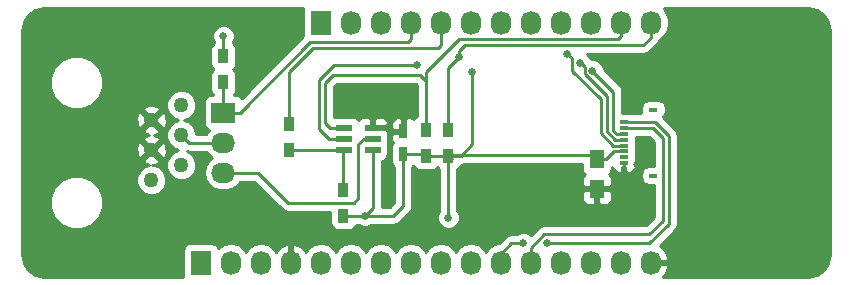
<source format=gbl>
G04 #@! TF.FileFunction,Copper,L2,Bot,Signal*
%FSLAX46Y46*%
G04 Gerber Fmt 4.6, Leading zero omitted, Abs format (unit mm)*
G04 Created by KiCad (PCBNEW 4.0.4-stable) date 11/28/16 12:13:09*
%MOMM*%
%LPD*%
G01*
G04 APERTURE LIST*
%ADD10C,0.150000*%
%ADD11R,0.750000X1.200000*%
%ADD12R,1.250000X1.500000*%
%ADD13R,0.800000X0.300000*%
%ADD14R,1.727200X2.032000*%
%ADD15O,1.727200X2.032000*%
%ADD16R,2.032000X1.727200*%
%ADD17O,2.032000X1.727200*%
%ADD18R,0.900000X1.200000*%
%ADD19R,1.330000X0.560000*%
%ADD20C,1.270000*%
%ADD21C,0.635000*%
%ADD22C,0.254000*%
G04 APERTURE END LIST*
D10*
D11*
X138112500Y-109852500D03*
X138112500Y-107952500D03*
D12*
X154495500Y-110319500D03*
X154495500Y-112819500D03*
D13*
X156781500Y-107152500D03*
X156781500Y-107652500D03*
X156781500Y-108152500D03*
X156781500Y-108652500D03*
X156781500Y-109152500D03*
X156781500Y-109652500D03*
X156781500Y-110152500D03*
X156781500Y-110652500D03*
X159281500Y-106102500D03*
X159281500Y-111702500D03*
D14*
X120967500Y-119062500D03*
D15*
X123507500Y-119062500D03*
X126047500Y-119062500D03*
X128587500Y-119062500D03*
X131127500Y-119062500D03*
X133667500Y-119062500D03*
X136207500Y-119062500D03*
X138747500Y-119062500D03*
X141287500Y-119062500D03*
X143827500Y-119062500D03*
X146367500Y-119062500D03*
X148907500Y-119062500D03*
X151447500Y-119062500D03*
X153987500Y-119062500D03*
X156527500Y-119062500D03*
X159067500Y-119062500D03*
D14*
X131127500Y-98742500D03*
D15*
X133667500Y-98742500D03*
X136207500Y-98742500D03*
X138747500Y-98742500D03*
X141287500Y-98742500D03*
X143827500Y-98742500D03*
X146367500Y-98742500D03*
X148907500Y-98742500D03*
X151447500Y-98742500D03*
X153987500Y-98742500D03*
X156527500Y-98742500D03*
X159067500Y-98742500D03*
D16*
X122872500Y-106362500D03*
D17*
X122872500Y-108902500D03*
X122872500Y-111442500D03*
D18*
X140017500Y-110002500D03*
X140017500Y-107802500D03*
X141922500Y-110002500D03*
X141922500Y-107802500D03*
X133032500Y-115082500D03*
X133032500Y-112882500D03*
X122872500Y-101579500D03*
X122872500Y-103779500D03*
X128460500Y-109494500D03*
X128460500Y-107294500D03*
D19*
X133102500Y-109537500D03*
X133102500Y-108587500D03*
X133102500Y-107637500D03*
X135502500Y-107637500D03*
X135502500Y-108587500D03*
X135502500Y-109537500D03*
D20*
X119316500Y-105727500D03*
X116776500Y-106997500D03*
X119316500Y-108267500D03*
X116776500Y-109537500D03*
X119316500Y-110807500D03*
X116776500Y-112077500D03*
D21*
X134853500Y-115082500D03*
X122872500Y-99885500D03*
X143954500Y-102933500D03*
X141922500Y-115252500D03*
X154495500Y-115252500D03*
X136715500Y-111442500D03*
X126301500Y-101536500D03*
X108013500Y-118300500D03*
X150304500Y-117411500D03*
X148272500Y-117411500D03*
X154114500Y-102806500D03*
X153098500Y-102171500D03*
X151955500Y-101409500D03*
X142811500Y-101663500D03*
X139255500Y-102298500D03*
D22*
X133032500Y-115082500D02*
X134853500Y-115082500D01*
X138112500Y-109852500D02*
X138112500Y-114236500D01*
X138112500Y-114236500D02*
X137266500Y-115082500D01*
X137266500Y-115082500D02*
X133032500Y-115082500D01*
X133032500Y-115082500D02*
X134853500Y-115082500D01*
X134853500Y-115082500D02*
X135502500Y-114433500D01*
X135502500Y-114433500D02*
X135502500Y-109537500D01*
X122872500Y-101579500D02*
X122872500Y-99885500D01*
X141922500Y-110002500D02*
X142981500Y-110002500D01*
X142981500Y-110002500D02*
X143954500Y-109029500D01*
X143954500Y-109029500D02*
X143954500Y-102933500D01*
X154495500Y-109938500D02*
X142239500Y-109938500D01*
X142239500Y-110319500D02*
X141922500Y-110002500D01*
X141922500Y-110002500D02*
X141922500Y-115252500D01*
X135502500Y-109537500D02*
X135572500Y-109537500D01*
X154495500Y-110319500D02*
X155237500Y-110319500D01*
X155237500Y-110319500D02*
X155904500Y-109652500D01*
X155904500Y-109652500D02*
X156781500Y-109652500D01*
X138112500Y-109852500D02*
X139867500Y-109852500D01*
X139867500Y-109852500D02*
X140017500Y-110002500D01*
X140017500Y-110002500D02*
X141922500Y-110002500D01*
X156781500Y-110652500D02*
X156781500Y-112077500D01*
X156781500Y-112077500D02*
X156039500Y-112819500D01*
X156039500Y-112819500D02*
X154495500Y-112819500D01*
X146367500Y-119062500D02*
X146367500Y-118300500D01*
X146367500Y-118300500D02*
X147256500Y-117411500D01*
X159425700Y-107152500D02*
X156781500Y-107152500D01*
X160591500Y-108318300D02*
X159425700Y-107152500D01*
X160591500Y-115760500D02*
X160591500Y-108318300D01*
X158940500Y-117411500D02*
X160591500Y-115760500D01*
X150304500Y-117411500D02*
X158940500Y-117411500D01*
X147256500Y-117411500D02*
X148272500Y-117411500D01*
X148907500Y-119062500D02*
X148907500Y-117792500D01*
X148907500Y-117792500D02*
X150050500Y-116649500D01*
X150050500Y-116649500D02*
X158940500Y-116649500D01*
X158940500Y-116649500D02*
X160083500Y-115506500D01*
X160083500Y-115506500D02*
X160083500Y-108521500D01*
X160083500Y-108521500D02*
X159214500Y-107652500D01*
X159214500Y-107652500D02*
X156781500Y-107652500D01*
X156781500Y-108152500D02*
X156158500Y-108152500D01*
X156158500Y-108152500D02*
X155892500Y-107886500D01*
X155892500Y-107886500D02*
X155892500Y-104584500D01*
X155892500Y-104584500D02*
X154114500Y-102806500D01*
X153098500Y-102171500D02*
X153123900Y-102171500D01*
X153123900Y-102171500D02*
X153454100Y-102501700D01*
X153454100Y-102501700D02*
X153454100Y-103085900D01*
X153454100Y-103085900D02*
X155308300Y-104940100D01*
X155308300Y-104940100D02*
X155308300Y-105498900D01*
X156781500Y-108652500D02*
X156023500Y-108652500D01*
X156023500Y-108652500D02*
X155308300Y-107937300D01*
X155308300Y-107937300D02*
X155308300Y-105498900D01*
X151955500Y-101409500D02*
X152006300Y-101409500D01*
X152006300Y-101409500D02*
X152412700Y-101815900D01*
X152412700Y-101815900D02*
X152412700Y-102831900D01*
X152412700Y-102831900D02*
X154800300Y-105219500D01*
X154800300Y-105219500D02*
X154800300Y-108115100D01*
X154800300Y-108115100D02*
X155837700Y-109152500D01*
X155837700Y-109152500D02*
X156781500Y-109152500D01*
X122872500Y-106362500D02*
X122872500Y-103779500D01*
X138747500Y-100139500D02*
X138747500Y-98742500D01*
X138747500Y-100139500D02*
X138493500Y-100393500D01*
X138493500Y-100393500D02*
X130238500Y-100393500D01*
X130238500Y-100393500D02*
X124269500Y-106362500D01*
X124269500Y-106362500D02*
X122872500Y-106362500D01*
X141287500Y-98742500D02*
X141287500Y-100647500D01*
X141287500Y-100647500D02*
X141033500Y-100901500D01*
X141033500Y-100901500D02*
X130492500Y-100901500D01*
X130492500Y-100901500D02*
X128460500Y-102933500D01*
X128460500Y-102933500D02*
X128460500Y-107294500D01*
X133102500Y-107637500D02*
X131894500Y-107637500D01*
X131894500Y-107637500D02*
X131508500Y-107251500D01*
X131508500Y-107251500D02*
X131508500Y-103822500D01*
X131508500Y-103822500D02*
X132143500Y-103187500D01*
X132143500Y-103187500D02*
X139509500Y-103187500D01*
X139509500Y-103187500D02*
X140017500Y-103695500D01*
X140017500Y-103695500D02*
X140017500Y-107802500D01*
X156527500Y-98742500D02*
X156527500Y-99885500D01*
X156527500Y-99885500D02*
X156273500Y-100139500D01*
X156273500Y-100139500D02*
X142811500Y-100139500D01*
X142811500Y-100139500D02*
X140017500Y-102933500D01*
X140017500Y-102933500D02*
X140017500Y-104711500D01*
X140017500Y-104711500D02*
X140017500Y-107802500D01*
X141922500Y-107802500D02*
X141922500Y-102552500D01*
X141922500Y-102552500D02*
X142811500Y-101663500D01*
X143002002Y-100964998D02*
X142811500Y-101155500D01*
X142811500Y-101155500D02*
X142811500Y-101663500D01*
X139255500Y-102298500D02*
X132270500Y-102298500D01*
X132270500Y-102298500D02*
X131000500Y-103568500D01*
X131000500Y-103568500D02*
X131000500Y-107759500D01*
X131000500Y-107759500D02*
X131828500Y-108587500D01*
X131828500Y-108587500D02*
X133102500Y-108587500D01*
X159067500Y-98742500D02*
X159067500Y-100012500D01*
X159067500Y-100012500D02*
X158432500Y-100647500D01*
X158432500Y-100647500D02*
X150621998Y-100647500D01*
X150621998Y-100647500D02*
X143319500Y-100647500D01*
X143319500Y-100647500D02*
X143002002Y-100964998D01*
X143002002Y-100964998D02*
X143002002Y-100964998D01*
X122872500Y-108902500D02*
X119951500Y-108902500D01*
X119951500Y-108902500D02*
X119316500Y-108267500D01*
X122872500Y-111442500D02*
X125793500Y-111442500D01*
X125793500Y-111442500D02*
X128333500Y-113982500D01*
X128333500Y-113982500D02*
X133921500Y-113982500D01*
X133921500Y-113982500D02*
X134302500Y-113601500D01*
X134302500Y-113601500D02*
X134302500Y-109029500D01*
X134302500Y-109029500D02*
X134744500Y-108587500D01*
X134744500Y-108587500D02*
X135502500Y-108587500D01*
X133102500Y-109537500D02*
X128503500Y-109537500D01*
X128503500Y-109537500D02*
X128460500Y-109494500D01*
X128503500Y-109537500D02*
X128460500Y-109494500D01*
X133032500Y-112882500D02*
X133032500Y-109607500D01*
X133032500Y-109607500D02*
X133102500Y-109537500D01*
G36*
X173097489Y-97699652D02*
X173686670Y-98093330D01*
X174080348Y-98682511D01*
X174232500Y-99447431D01*
X174232500Y-118357569D01*
X174080348Y-119122489D01*
X173686670Y-119711670D01*
X173097489Y-120105348D01*
X172332569Y-120257500D01*
X160108677Y-120257500D01*
X160359454Y-119976820D01*
X160552684Y-119424413D01*
X160408424Y-119189500D01*
X159194500Y-119189500D01*
X159194500Y-119209500D01*
X158940500Y-119209500D01*
X158940500Y-119189500D01*
X158920500Y-119189500D01*
X158920500Y-118935500D01*
X158940500Y-118935500D01*
X158940500Y-118915500D01*
X159194500Y-118915500D01*
X159194500Y-118935500D01*
X160408424Y-118935500D01*
X160552684Y-118700587D01*
X160359454Y-118148180D01*
X159969536Y-117711768D01*
X159799682Y-117629948D01*
X161130316Y-116299315D01*
X161295497Y-116052104D01*
X161353500Y-115760500D01*
X161353500Y-108318300D01*
X161295496Y-108026695D01*
X161130315Y-107779485D01*
X160093074Y-106742244D01*
X160132941Y-106716590D01*
X160277931Y-106504390D01*
X160328940Y-106252500D01*
X160328940Y-105952500D01*
X160284662Y-105717183D01*
X160145590Y-105501059D01*
X159933390Y-105356069D01*
X159681500Y-105305060D01*
X158881500Y-105305060D01*
X158646183Y-105349338D01*
X158430059Y-105488410D01*
X158285069Y-105700610D01*
X158234060Y-105952500D01*
X158234060Y-106252500D01*
X158260027Y-106390500D01*
X157356508Y-106390500D01*
X157181500Y-106355060D01*
X156654500Y-106355060D01*
X156654500Y-104584500D01*
X156596496Y-104292895D01*
X156516174Y-104172685D01*
X156431316Y-104045685D01*
X155067110Y-102681479D01*
X155067165Y-102617867D01*
X154922461Y-102267657D01*
X154654753Y-101999480D01*
X154304795Y-101854165D01*
X153997876Y-101853898D01*
X153906461Y-101632657D01*
X153683694Y-101409500D01*
X158432500Y-101409500D01*
X158724105Y-101351496D01*
X158971315Y-101186315D01*
X159606316Y-100551315D01*
X159732354Y-100362685D01*
X159771496Y-100304105D01*
X159789742Y-100212377D01*
X160127170Y-99986915D01*
X160452026Y-99500734D01*
X160566100Y-98927245D01*
X160566100Y-98557755D01*
X160452026Y-97984266D01*
X160160188Y-97547500D01*
X172332569Y-97547500D01*
X173097489Y-97699652D01*
X173097489Y-97699652D01*
G37*
X173097489Y-97699652D02*
X173686670Y-98093330D01*
X174080348Y-98682511D01*
X174232500Y-99447431D01*
X174232500Y-118357569D01*
X174080348Y-119122489D01*
X173686670Y-119711670D01*
X173097489Y-120105348D01*
X172332569Y-120257500D01*
X160108677Y-120257500D01*
X160359454Y-119976820D01*
X160552684Y-119424413D01*
X160408424Y-119189500D01*
X159194500Y-119189500D01*
X159194500Y-119209500D01*
X158940500Y-119209500D01*
X158940500Y-119189500D01*
X158920500Y-119189500D01*
X158920500Y-118935500D01*
X158940500Y-118935500D01*
X158940500Y-118915500D01*
X159194500Y-118915500D01*
X159194500Y-118935500D01*
X160408424Y-118935500D01*
X160552684Y-118700587D01*
X160359454Y-118148180D01*
X159969536Y-117711768D01*
X159799682Y-117629948D01*
X161130316Y-116299315D01*
X161295497Y-116052104D01*
X161353500Y-115760500D01*
X161353500Y-108318300D01*
X161295496Y-108026695D01*
X161130315Y-107779485D01*
X160093074Y-106742244D01*
X160132941Y-106716590D01*
X160277931Y-106504390D01*
X160328940Y-106252500D01*
X160328940Y-105952500D01*
X160284662Y-105717183D01*
X160145590Y-105501059D01*
X159933390Y-105356069D01*
X159681500Y-105305060D01*
X158881500Y-105305060D01*
X158646183Y-105349338D01*
X158430059Y-105488410D01*
X158285069Y-105700610D01*
X158234060Y-105952500D01*
X158234060Y-106252500D01*
X158260027Y-106390500D01*
X157356508Y-106390500D01*
X157181500Y-106355060D01*
X156654500Y-106355060D01*
X156654500Y-104584500D01*
X156596496Y-104292895D01*
X156516174Y-104172685D01*
X156431316Y-104045685D01*
X155067110Y-102681479D01*
X155067165Y-102617867D01*
X154922461Y-102267657D01*
X154654753Y-101999480D01*
X154304795Y-101854165D01*
X153997876Y-101853898D01*
X153906461Y-101632657D01*
X153683694Y-101409500D01*
X158432500Y-101409500D01*
X158724105Y-101351496D01*
X158971315Y-101186315D01*
X159606316Y-100551315D01*
X159732354Y-100362685D01*
X159771496Y-100304105D01*
X159789742Y-100212377D01*
X160127170Y-99986915D01*
X160452026Y-99500734D01*
X160566100Y-98927245D01*
X160566100Y-98557755D01*
X160452026Y-97984266D01*
X160160188Y-97547500D01*
X172332569Y-97547500D01*
X173097489Y-97699652D01*
G36*
X129616460Y-97726500D02*
X129616460Y-99758500D01*
X129644872Y-99909497D01*
X124413012Y-105141358D01*
X124352590Y-105047459D01*
X124140390Y-104902469D01*
X123888500Y-104851460D01*
X123761711Y-104851460D01*
X123773941Y-104843590D01*
X123918931Y-104631390D01*
X123969940Y-104379500D01*
X123969940Y-103179500D01*
X123925662Y-102944183D01*
X123786590Y-102728059D01*
X123716789Y-102680366D01*
X123773941Y-102643590D01*
X123918931Y-102431390D01*
X123969940Y-102179500D01*
X123969940Y-100979500D01*
X123925662Y-100744183D01*
X123786590Y-100528059D01*
X123662186Y-100443057D01*
X123679520Y-100425753D01*
X123824835Y-100075795D01*
X123825165Y-99696867D01*
X123680461Y-99346657D01*
X123412753Y-99078480D01*
X123062795Y-98933165D01*
X122683867Y-98932835D01*
X122333657Y-99077539D01*
X122065480Y-99345247D01*
X121920165Y-99695205D01*
X121919835Y-100074133D01*
X122064539Y-100424343D01*
X122083329Y-100443166D01*
X121971059Y-100515410D01*
X121826069Y-100727610D01*
X121775060Y-100979500D01*
X121775060Y-102179500D01*
X121819338Y-102414817D01*
X121958410Y-102630941D01*
X122028211Y-102678634D01*
X121971059Y-102715410D01*
X121826069Y-102927610D01*
X121775060Y-103179500D01*
X121775060Y-104379500D01*
X121819338Y-104614817D01*
X121958410Y-104830941D01*
X121988441Y-104851460D01*
X121856500Y-104851460D01*
X121621183Y-104895738D01*
X121405059Y-105034810D01*
X121260069Y-105247010D01*
X121209060Y-105498900D01*
X121209060Y-107226100D01*
X121253338Y-107461417D01*
X121392410Y-107677541D01*
X121604610Y-107822531D01*
X121645939Y-107830900D01*
X121628085Y-107842830D01*
X121429188Y-108140500D01*
X120586611Y-108140500D01*
X120586720Y-108015990D01*
X120393782Y-107549042D01*
X120036837Y-107191474D01*
X119570227Y-106997721D01*
X119568012Y-106997719D01*
X120034958Y-106804782D01*
X120392526Y-106447837D01*
X120586279Y-105981227D01*
X120586720Y-105475990D01*
X120393782Y-105009042D01*
X120036837Y-104651474D01*
X119570227Y-104457721D01*
X119064990Y-104457280D01*
X118598042Y-104650218D01*
X118240474Y-105007163D01*
X118046721Y-105473773D01*
X118046280Y-105979010D01*
X118239218Y-106445958D01*
X118596163Y-106803526D01*
X119062773Y-106997279D01*
X119064988Y-106997281D01*
X118598042Y-107190218D01*
X118240474Y-107547163D01*
X118046721Y-108013773D01*
X118046280Y-108519010D01*
X118239218Y-108985958D01*
X118596163Y-109343526D01*
X119062773Y-109537279D01*
X119064988Y-109537281D01*
X118598042Y-109730218D01*
X118240474Y-110087163D01*
X118046721Y-110553773D01*
X118046280Y-111059010D01*
X118239218Y-111525958D01*
X118596163Y-111883526D01*
X119062773Y-112077279D01*
X119568010Y-112077720D01*
X120034958Y-111884782D01*
X120392526Y-111527837D01*
X120586279Y-111061227D01*
X120586720Y-110555990D01*
X120393782Y-110089042D01*
X120036837Y-109731474D01*
X119805704Y-109635499D01*
X119951500Y-109664500D01*
X121429188Y-109664500D01*
X121628085Y-109962170D01*
X121942866Y-110172500D01*
X121628085Y-110382830D01*
X121303229Y-110869011D01*
X121189155Y-111442500D01*
X121303229Y-112015989D01*
X121628085Y-112502170D01*
X122114266Y-112827026D01*
X122687755Y-112941100D01*
X123057245Y-112941100D01*
X123630734Y-112827026D01*
X124116915Y-112502170D01*
X124315812Y-112204500D01*
X125477870Y-112204500D01*
X127794684Y-114521315D01*
X128041895Y-114686496D01*
X128333500Y-114744500D01*
X131935060Y-114744500D01*
X131935060Y-115682500D01*
X131979338Y-115917817D01*
X132118410Y-116133941D01*
X132330610Y-116278931D01*
X132582500Y-116329940D01*
X133482500Y-116329940D01*
X133717817Y-116285662D01*
X133933941Y-116146590D01*
X134078931Y-115934390D01*
X134097134Y-115844500D01*
X134268306Y-115844500D01*
X134313247Y-115889520D01*
X134663205Y-116034835D01*
X135042133Y-116035165D01*
X135392343Y-115890461D01*
X135438385Y-115844500D01*
X137266500Y-115844500D01*
X137558105Y-115786496D01*
X137805315Y-115621315D01*
X138651316Y-114775315D01*
X138750334Y-114627123D01*
X138816496Y-114528105D01*
X138874500Y-114236500D01*
X138874500Y-110958057D01*
X138938941Y-110916590D01*
X138978125Y-110859242D01*
X139103410Y-111053941D01*
X139315610Y-111198931D01*
X139567500Y-111249940D01*
X140467500Y-111249940D01*
X140702817Y-111205662D01*
X140918941Y-111066590D01*
X140969209Y-110993021D01*
X141008410Y-111053941D01*
X141160500Y-111157860D01*
X141160500Y-114667306D01*
X141115480Y-114712247D01*
X140970165Y-115062205D01*
X140969835Y-115441133D01*
X141114539Y-115791343D01*
X141382247Y-116059520D01*
X141732205Y-116204835D01*
X142111133Y-116205165D01*
X142461343Y-116060461D01*
X142729520Y-115792753D01*
X142874835Y-115442795D01*
X142875165Y-115063867D01*
X142730461Y-114713657D01*
X142684500Y-114667615D01*
X142684500Y-113105250D01*
X153235500Y-113105250D01*
X153235500Y-113695809D01*
X153332173Y-113929198D01*
X153510801Y-114107827D01*
X153744190Y-114204500D01*
X154209750Y-114204500D01*
X154368500Y-114045750D01*
X154368500Y-112946500D01*
X154622500Y-112946500D01*
X154622500Y-114045750D01*
X154781250Y-114204500D01*
X155246810Y-114204500D01*
X155480199Y-114107827D01*
X155658827Y-113929198D01*
X155755500Y-113695809D01*
X155755500Y-113105250D01*
X155596750Y-112946500D01*
X154622500Y-112946500D01*
X154368500Y-112946500D01*
X153394250Y-112946500D01*
X153235500Y-113105250D01*
X142684500Y-113105250D01*
X142684500Y-111156318D01*
X142823941Y-111066590D01*
X142968931Y-110854390D01*
X142987371Y-110763332D01*
X143273105Y-110706496D01*
X143282079Y-110700500D01*
X153223060Y-110700500D01*
X153223060Y-111069500D01*
X153267338Y-111304817D01*
X153406410Y-111520941D01*
X153474506Y-111567469D01*
X153332173Y-111709802D01*
X153235500Y-111943191D01*
X153235500Y-112533750D01*
X153394250Y-112692500D01*
X154368500Y-112692500D01*
X154368500Y-112672500D01*
X154622500Y-112672500D01*
X154622500Y-112692500D01*
X155596750Y-112692500D01*
X155755500Y-112533750D01*
X155755500Y-111943191D01*
X155658827Y-111709802D01*
X155517590Y-111568564D01*
X155571941Y-111533590D01*
X155716931Y-111321390D01*
X155767940Y-111069500D01*
X155767940Y-110980570D01*
X155843173Y-111162198D01*
X156021801Y-111340827D01*
X156255190Y-111437500D01*
X156495750Y-111437500D01*
X156654500Y-111278750D01*
X156654500Y-110949940D01*
X156908500Y-110949940D01*
X156908500Y-111278750D01*
X157067250Y-111437500D01*
X157307810Y-111437500D01*
X157541199Y-111340827D01*
X157719827Y-111162198D01*
X157816500Y-110928809D01*
X157816500Y-110886250D01*
X157658879Y-110728629D01*
X157777931Y-110554390D01*
X157802580Y-110432670D01*
X157816500Y-110418750D01*
X157816500Y-110376191D01*
X157814832Y-110372165D01*
X157828940Y-110302500D01*
X157828940Y-110002500D01*
X157809433Y-109898829D01*
X157828940Y-109802500D01*
X157828940Y-109502500D01*
X157809433Y-109398829D01*
X157828940Y-109302500D01*
X157828940Y-109002500D01*
X157809433Y-108898829D01*
X157828940Y-108802500D01*
X157828940Y-108502500D01*
X157812382Y-108414500D01*
X158898870Y-108414500D01*
X159321500Y-108837131D01*
X159321500Y-110905060D01*
X158881500Y-110905060D01*
X158646183Y-110949338D01*
X158430059Y-111088410D01*
X158285069Y-111300610D01*
X158234060Y-111552500D01*
X158234060Y-111852500D01*
X158278338Y-112087817D01*
X158417410Y-112303941D01*
X158629610Y-112448931D01*
X158881500Y-112499940D01*
X159321500Y-112499940D01*
X159321500Y-115190870D01*
X158624870Y-115887500D01*
X150050500Y-115887500D01*
X149758895Y-115945504D01*
X149511685Y-116110685D01*
X148915232Y-116707138D01*
X148812753Y-116604480D01*
X148462795Y-116459165D01*
X148083867Y-116458835D01*
X147733657Y-116603539D01*
X147687615Y-116649500D01*
X147256500Y-116649500D01*
X146964895Y-116707504D01*
X146719837Y-116871247D01*
X146717685Y-116872685D01*
X146172409Y-117417961D01*
X145794011Y-117493229D01*
X145307830Y-117818085D01*
X145097500Y-118132866D01*
X144887170Y-117818085D01*
X144400989Y-117493229D01*
X143827500Y-117379155D01*
X143254011Y-117493229D01*
X142767830Y-117818085D01*
X142557500Y-118132866D01*
X142347170Y-117818085D01*
X141860989Y-117493229D01*
X141287500Y-117379155D01*
X140714011Y-117493229D01*
X140227830Y-117818085D01*
X140017500Y-118132866D01*
X139807170Y-117818085D01*
X139320989Y-117493229D01*
X138747500Y-117379155D01*
X138174011Y-117493229D01*
X137687830Y-117818085D01*
X137477500Y-118132866D01*
X137267170Y-117818085D01*
X136780989Y-117493229D01*
X136207500Y-117379155D01*
X135634011Y-117493229D01*
X135147830Y-117818085D01*
X134937500Y-118132866D01*
X134727170Y-117818085D01*
X134240989Y-117493229D01*
X133667500Y-117379155D01*
X133094011Y-117493229D01*
X132607830Y-117818085D01*
X132397500Y-118132866D01*
X132187170Y-117818085D01*
X131700989Y-117493229D01*
X131127500Y-117379155D01*
X130554011Y-117493229D01*
X130067830Y-117818085D01*
X129861039Y-118127569D01*
X129489536Y-117711768D01*
X128962291Y-117457791D01*
X128946526Y-117455142D01*
X128714500Y-117576283D01*
X128714500Y-118935500D01*
X128734500Y-118935500D01*
X128734500Y-119189500D01*
X128714500Y-119189500D01*
X128714500Y-119209500D01*
X128460500Y-119209500D01*
X128460500Y-119189500D01*
X128440500Y-119189500D01*
X128440500Y-118935500D01*
X128460500Y-118935500D01*
X128460500Y-117576283D01*
X128228474Y-117455142D01*
X128212709Y-117457791D01*
X127685464Y-117711768D01*
X127313961Y-118127569D01*
X127107170Y-117818085D01*
X126620989Y-117493229D01*
X126047500Y-117379155D01*
X125474011Y-117493229D01*
X124987830Y-117818085D01*
X124777500Y-118132866D01*
X124567170Y-117818085D01*
X124080989Y-117493229D01*
X123507500Y-117379155D01*
X122934011Y-117493229D01*
X122447830Y-117818085D01*
X122438257Y-117832413D01*
X122434262Y-117811183D01*
X122295190Y-117595059D01*
X122082990Y-117450069D01*
X121831100Y-117399060D01*
X120103900Y-117399060D01*
X119868583Y-117443338D01*
X119652459Y-117582410D01*
X119507469Y-117794610D01*
X119456460Y-118046500D01*
X119456460Y-120078500D01*
X119490141Y-120257500D01*
X107702431Y-120257500D01*
X106937511Y-120105348D01*
X106348330Y-119711670D01*
X105954652Y-119122489D01*
X105802500Y-118357569D01*
X105802500Y-114430070D01*
X108166109Y-114430070D01*
X108509448Y-115261015D01*
X109144641Y-115897318D01*
X109974986Y-116242107D01*
X110874070Y-116242891D01*
X111705015Y-115899552D01*
X112341318Y-115264359D01*
X112686107Y-114434014D01*
X112686891Y-113534930D01*
X112343552Y-112703985D01*
X111969232Y-112329010D01*
X115506280Y-112329010D01*
X115699218Y-112795958D01*
X116056163Y-113153526D01*
X116522773Y-113347279D01*
X117028010Y-113347720D01*
X117494958Y-113154782D01*
X117852526Y-112797837D01*
X118046279Y-112331227D01*
X118046720Y-111825990D01*
X117853782Y-111359042D01*
X117496837Y-111001474D01*
X117030227Y-110807721D01*
X116813429Y-110807532D01*
X117103523Y-110790406D01*
X117431197Y-110654679D01*
X117485028Y-110425633D01*
X116776500Y-109717105D01*
X116067972Y-110425633D01*
X116121803Y-110654679D01*
X116562047Y-110807312D01*
X116524990Y-110807280D01*
X116058042Y-111000218D01*
X115700474Y-111357163D01*
X115506721Y-111823773D01*
X115506280Y-112329010D01*
X111969232Y-112329010D01*
X111708359Y-112067682D01*
X110878014Y-111722893D01*
X109978930Y-111722109D01*
X109147985Y-112065448D01*
X108511682Y-112700641D01*
X108166893Y-113530986D01*
X108166109Y-114430070D01*
X105802500Y-114430070D01*
X105802500Y-109360164D01*
X115493819Y-109360164D01*
X115523594Y-109864523D01*
X115659321Y-110192197D01*
X115888367Y-110246028D01*
X116596895Y-109537500D01*
X116956105Y-109537500D01*
X117664633Y-110246028D01*
X117893679Y-110192197D01*
X118059181Y-109714836D01*
X118029406Y-109210477D01*
X117893679Y-108882803D01*
X117664633Y-108828972D01*
X116956105Y-109537500D01*
X116596895Y-109537500D01*
X115888367Y-108828972D01*
X115659321Y-108882803D01*
X115493819Y-109360164D01*
X105802500Y-109360164D01*
X105802500Y-107885633D01*
X116067972Y-107885633D01*
X116121803Y-108114679D01*
X116588261Y-108276401D01*
X116449477Y-108284594D01*
X116121803Y-108420321D01*
X116067972Y-108649367D01*
X116776500Y-109357895D01*
X117485028Y-108649367D01*
X117431197Y-108420321D01*
X116964739Y-108258599D01*
X117103523Y-108250406D01*
X117431197Y-108114679D01*
X117485028Y-107885633D01*
X116776500Y-107177105D01*
X116067972Y-107885633D01*
X105802500Y-107885633D01*
X105802500Y-106820164D01*
X115493819Y-106820164D01*
X115523594Y-107324523D01*
X115659321Y-107652197D01*
X115888367Y-107706028D01*
X116596895Y-106997500D01*
X116956105Y-106997500D01*
X117664633Y-107706028D01*
X117893679Y-107652197D01*
X118059181Y-107174836D01*
X118029406Y-106670477D01*
X117893679Y-106342803D01*
X117664633Y-106288972D01*
X116956105Y-106997500D01*
X116596895Y-106997500D01*
X115888367Y-106288972D01*
X115659321Y-106342803D01*
X115493819Y-106820164D01*
X105802500Y-106820164D01*
X105802500Y-106109367D01*
X116067972Y-106109367D01*
X116776500Y-106817895D01*
X117485028Y-106109367D01*
X117431197Y-105880321D01*
X116953836Y-105714819D01*
X116449477Y-105744594D01*
X116121803Y-105880321D01*
X116067972Y-106109367D01*
X105802500Y-106109367D01*
X105802500Y-104270070D01*
X108166109Y-104270070D01*
X108509448Y-105101015D01*
X109144641Y-105737318D01*
X109974986Y-106082107D01*
X110874070Y-106082891D01*
X111705015Y-105739552D01*
X112341318Y-105104359D01*
X112686107Y-104274014D01*
X112686891Y-103374930D01*
X112343552Y-102543985D01*
X111708359Y-101907682D01*
X110878014Y-101562893D01*
X109978930Y-101562109D01*
X109147985Y-101905448D01*
X108511682Y-102540641D01*
X108166893Y-103370986D01*
X108166109Y-104270070D01*
X105802500Y-104270070D01*
X105802500Y-99447431D01*
X105954652Y-98682511D01*
X106348330Y-98093330D01*
X106937511Y-97699652D01*
X107702431Y-97547500D01*
X129652708Y-97547500D01*
X129616460Y-97726500D01*
X129616460Y-97726500D01*
G37*
X129616460Y-97726500D02*
X129616460Y-99758500D01*
X129644872Y-99909497D01*
X124413012Y-105141358D01*
X124352590Y-105047459D01*
X124140390Y-104902469D01*
X123888500Y-104851460D01*
X123761711Y-104851460D01*
X123773941Y-104843590D01*
X123918931Y-104631390D01*
X123969940Y-104379500D01*
X123969940Y-103179500D01*
X123925662Y-102944183D01*
X123786590Y-102728059D01*
X123716789Y-102680366D01*
X123773941Y-102643590D01*
X123918931Y-102431390D01*
X123969940Y-102179500D01*
X123969940Y-100979500D01*
X123925662Y-100744183D01*
X123786590Y-100528059D01*
X123662186Y-100443057D01*
X123679520Y-100425753D01*
X123824835Y-100075795D01*
X123825165Y-99696867D01*
X123680461Y-99346657D01*
X123412753Y-99078480D01*
X123062795Y-98933165D01*
X122683867Y-98932835D01*
X122333657Y-99077539D01*
X122065480Y-99345247D01*
X121920165Y-99695205D01*
X121919835Y-100074133D01*
X122064539Y-100424343D01*
X122083329Y-100443166D01*
X121971059Y-100515410D01*
X121826069Y-100727610D01*
X121775060Y-100979500D01*
X121775060Y-102179500D01*
X121819338Y-102414817D01*
X121958410Y-102630941D01*
X122028211Y-102678634D01*
X121971059Y-102715410D01*
X121826069Y-102927610D01*
X121775060Y-103179500D01*
X121775060Y-104379500D01*
X121819338Y-104614817D01*
X121958410Y-104830941D01*
X121988441Y-104851460D01*
X121856500Y-104851460D01*
X121621183Y-104895738D01*
X121405059Y-105034810D01*
X121260069Y-105247010D01*
X121209060Y-105498900D01*
X121209060Y-107226100D01*
X121253338Y-107461417D01*
X121392410Y-107677541D01*
X121604610Y-107822531D01*
X121645939Y-107830900D01*
X121628085Y-107842830D01*
X121429188Y-108140500D01*
X120586611Y-108140500D01*
X120586720Y-108015990D01*
X120393782Y-107549042D01*
X120036837Y-107191474D01*
X119570227Y-106997721D01*
X119568012Y-106997719D01*
X120034958Y-106804782D01*
X120392526Y-106447837D01*
X120586279Y-105981227D01*
X120586720Y-105475990D01*
X120393782Y-105009042D01*
X120036837Y-104651474D01*
X119570227Y-104457721D01*
X119064990Y-104457280D01*
X118598042Y-104650218D01*
X118240474Y-105007163D01*
X118046721Y-105473773D01*
X118046280Y-105979010D01*
X118239218Y-106445958D01*
X118596163Y-106803526D01*
X119062773Y-106997279D01*
X119064988Y-106997281D01*
X118598042Y-107190218D01*
X118240474Y-107547163D01*
X118046721Y-108013773D01*
X118046280Y-108519010D01*
X118239218Y-108985958D01*
X118596163Y-109343526D01*
X119062773Y-109537279D01*
X119064988Y-109537281D01*
X118598042Y-109730218D01*
X118240474Y-110087163D01*
X118046721Y-110553773D01*
X118046280Y-111059010D01*
X118239218Y-111525958D01*
X118596163Y-111883526D01*
X119062773Y-112077279D01*
X119568010Y-112077720D01*
X120034958Y-111884782D01*
X120392526Y-111527837D01*
X120586279Y-111061227D01*
X120586720Y-110555990D01*
X120393782Y-110089042D01*
X120036837Y-109731474D01*
X119805704Y-109635499D01*
X119951500Y-109664500D01*
X121429188Y-109664500D01*
X121628085Y-109962170D01*
X121942866Y-110172500D01*
X121628085Y-110382830D01*
X121303229Y-110869011D01*
X121189155Y-111442500D01*
X121303229Y-112015989D01*
X121628085Y-112502170D01*
X122114266Y-112827026D01*
X122687755Y-112941100D01*
X123057245Y-112941100D01*
X123630734Y-112827026D01*
X124116915Y-112502170D01*
X124315812Y-112204500D01*
X125477870Y-112204500D01*
X127794684Y-114521315D01*
X128041895Y-114686496D01*
X128333500Y-114744500D01*
X131935060Y-114744500D01*
X131935060Y-115682500D01*
X131979338Y-115917817D01*
X132118410Y-116133941D01*
X132330610Y-116278931D01*
X132582500Y-116329940D01*
X133482500Y-116329940D01*
X133717817Y-116285662D01*
X133933941Y-116146590D01*
X134078931Y-115934390D01*
X134097134Y-115844500D01*
X134268306Y-115844500D01*
X134313247Y-115889520D01*
X134663205Y-116034835D01*
X135042133Y-116035165D01*
X135392343Y-115890461D01*
X135438385Y-115844500D01*
X137266500Y-115844500D01*
X137558105Y-115786496D01*
X137805315Y-115621315D01*
X138651316Y-114775315D01*
X138750334Y-114627123D01*
X138816496Y-114528105D01*
X138874500Y-114236500D01*
X138874500Y-110958057D01*
X138938941Y-110916590D01*
X138978125Y-110859242D01*
X139103410Y-111053941D01*
X139315610Y-111198931D01*
X139567500Y-111249940D01*
X140467500Y-111249940D01*
X140702817Y-111205662D01*
X140918941Y-111066590D01*
X140969209Y-110993021D01*
X141008410Y-111053941D01*
X141160500Y-111157860D01*
X141160500Y-114667306D01*
X141115480Y-114712247D01*
X140970165Y-115062205D01*
X140969835Y-115441133D01*
X141114539Y-115791343D01*
X141382247Y-116059520D01*
X141732205Y-116204835D01*
X142111133Y-116205165D01*
X142461343Y-116060461D01*
X142729520Y-115792753D01*
X142874835Y-115442795D01*
X142875165Y-115063867D01*
X142730461Y-114713657D01*
X142684500Y-114667615D01*
X142684500Y-113105250D01*
X153235500Y-113105250D01*
X153235500Y-113695809D01*
X153332173Y-113929198D01*
X153510801Y-114107827D01*
X153744190Y-114204500D01*
X154209750Y-114204500D01*
X154368500Y-114045750D01*
X154368500Y-112946500D01*
X154622500Y-112946500D01*
X154622500Y-114045750D01*
X154781250Y-114204500D01*
X155246810Y-114204500D01*
X155480199Y-114107827D01*
X155658827Y-113929198D01*
X155755500Y-113695809D01*
X155755500Y-113105250D01*
X155596750Y-112946500D01*
X154622500Y-112946500D01*
X154368500Y-112946500D01*
X153394250Y-112946500D01*
X153235500Y-113105250D01*
X142684500Y-113105250D01*
X142684500Y-111156318D01*
X142823941Y-111066590D01*
X142968931Y-110854390D01*
X142987371Y-110763332D01*
X143273105Y-110706496D01*
X143282079Y-110700500D01*
X153223060Y-110700500D01*
X153223060Y-111069500D01*
X153267338Y-111304817D01*
X153406410Y-111520941D01*
X153474506Y-111567469D01*
X153332173Y-111709802D01*
X153235500Y-111943191D01*
X153235500Y-112533750D01*
X153394250Y-112692500D01*
X154368500Y-112692500D01*
X154368500Y-112672500D01*
X154622500Y-112672500D01*
X154622500Y-112692500D01*
X155596750Y-112692500D01*
X155755500Y-112533750D01*
X155755500Y-111943191D01*
X155658827Y-111709802D01*
X155517590Y-111568564D01*
X155571941Y-111533590D01*
X155716931Y-111321390D01*
X155767940Y-111069500D01*
X155767940Y-110980570D01*
X155843173Y-111162198D01*
X156021801Y-111340827D01*
X156255190Y-111437500D01*
X156495750Y-111437500D01*
X156654500Y-111278750D01*
X156654500Y-110949940D01*
X156908500Y-110949940D01*
X156908500Y-111278750D01*
X157067250Y-111437500D01*
X157307810Y-111437500D01*
X157541199Y-111340827D01*
X157719827Y-111162198D01*
X157816500Y-110928809D01*
X157816500Y-110886250D01*
X157658879Y-110728629D01*
X157777931Y-110554390D01*
X157802580Y-110432670D01*
X157816500Y-110418750D01*
X157816500Y-110376191D01*
X157814832Y-110372165D01*
X157828940Y-110302500D01*
X157828940Y-110002500D01*
X157809433Y-109898829D01*
X157828940Y-109802500D01*
X157828940Y-109502500D01*
X157809433Y-109398829D01*
X157828940Y-109302500D01*
X157828940Y-109002500D01*
X157809433Y-108898829D01*
X157828940Y-108802500D01*
X157828940Y-108502500D01*
X157812382Y-108414500D01*
X158898870Y-108414500D01*
X159321500Y-108837131D01*
X159321500Y-110905060D01*
X158881500Y-110905060D01*
X158646183Y-110949338D01*
X158430059Y-111088410D01*
X158285069Y-111300610D01*
X158234060Y-111552500D01*
X158234060Y-111852500D01*
X158278338Y-112087817D01*
X158417410Y-112303941D01*
X158629610Y-112448931D01*
X158881500Y-112499940D01*
X159321500Y-112499940D01*
X159321500Y-115190870D01*
X158624870Y-115887500D01*
X150050500Y-115887500D01*
X149758895Y-115945504D01*
X149511685Y-116110685D01*
X148915232Y-116707138D01*
X148812753Y-116604480D01*
X148462795Y-116459165D01*
X148083867Y-116458835D01*
X147733657Y-116603539D01*
X147687615Y-116649500D01*
X147256500Y-116649500D01*
X146964895Y-116707504D01*
X146719837Y-116871247D01*
X146717685Y-116872685D01*
X146172409Y-117417961D01*
X145794011Y-117493229D01*
X145307830Y-117818085D01*
X145097500Y-118132866D01*
X144887170Y-117818085D01*
X144400989Y-117493229D01*
X143827500Y-117379155D01*
X143254011Y-117493229D01*
X142767830Y-117818085D01*
X142557500Y-118132866D01*
X142347170Y-117818085D01*
X141860989Y-117493229D01*
X141287500Y-117379155D01*
X140714011Y-117493229D01*
X140227830Y-117818085D01*
X140017500Y-118132866D01*
X139807170Y-117818085D01*
X139320989Y-117493229D01*
X138747500Y-117379155D01*
X138174011Y-117493229D01*
X137687830Y-117818085D01*
X137477500Y-118132866D01*
X137267170Y-117818085D01*
X136780989Y-117493229D01*
X136207500Y-117379155D01*
X135634011Y-117493229D01*
X135147830Y-117818085D01*
X134937500Y-118132866D01*
X134727170Y-117818085D01*
X134240989Y-117493229D01*
X133667500Y-117379155D01*
X133094011Y-117493229D01*
X132607830Y-117818085D01*
X132397500Y-118132866D01*
X132187170Y-117818085D01*
X131700989Y-117493229D01*
X131127500Y-117379155D01*
X130554011Y-117493229D01*
X130067830Y-117818085D01*
X129861039Y-118127569D01*
X129489536Y-117711768D01*
X128962291Y-117457791D01*
X128946526Y-117455142D01*
X128714500Y-117576283D01*
X128714500Y-118935500D01*
X128734500Y-118935500D01*
X128734500Y-119189500D01*
X128714500Y-119189500D01*
X128714500Y-119209500D01*
X128460500Y-119209500D01*
X128460500Y-119189500D01*
X128440500Y-119189500D01*
X128440500Y-118935500D01*
X128460500Y-118935500D01*
X128460500Y-117576283D01*
X128228474Y-117455142D01*
X128212709Y-117457791D01*
X127685464Y-117711768D01*
X127313961Y-118127569D01*
X127107170Y-117818085D01*
X126620989Y-117493229D01*
X126047500Y-117379155D01*
X125474011Y-117493229D01*
X124987830Y-117818085D01*
X124777500Y-118132866D01*
X124567170Y-117818085D01*
X124080989Y-117493229D01*
X123507500Y-117379155D01*
X122934011Y-117493229D01*
X122447830Y-117818085D01*
X122438257Y-117832413D01*
X122434262Y-117811183D01*
X122295190Y-117595059D01*
X122082990Y-117450069D01*
X121831100Y-117399060D01*
X120103900Y-117399060D01*
X119868583Y-117443338D01*
X119652459Y-117582410D01*
X119507469Y-117794610D01*
X119456460Y-118046500D01*
X119456460Y-120078500D01*
X119490141Y-120257500D01*
X107702431Y-120257500D01*
X106937511Y-120105348D01*
X106348330Y-119711670D01*
X105954652Y-119122489D01*
X105802500Y-118357569D01*
X105802500Y-114430070D01*
X108166109Y-114430070D01*
X108509448Y-115261015D01*
X109144641Y-115897318D01*
X109974986Y-116242107D01*
X110874070Y-116242891D01*
X111705015Y-115899552D01*
X112341318Y-115264359D01*
X112686107Y-114434014D01*
X112686891Y-113534930D01*
X112343552Y-112703985D01*
X111969232Y-112329010D01*
X115506280Y-112329010D01*
X115699218Y-112795958D01*
X116056163Y-113153526D01*
X116522773Y-113347279D01*
X117028010Y-113347720D01*
X117494958Y-113154782D01*
X117852526Y-112797837D01*
X118046279Y-112331227D01*
X118046720Y-111825990D01*
X117853782Y-111359042D01*
X117496837Y-111001474D01*
X117030227Y-110807721D01*
X116813429Y-110807532D01*
X117103523Y-110790406D01*
X117431197Y-110654679D01*
X117485028Y-110425633D01*
X116776500Y-109717105D01*
X116067972Y-110425633D01*
X116121803Y-110654679D01*
X116562047Y-110807312D01*
X116524990Y-110807280D01*
X116058042Y-111000218D01*
X115700474Y-111357163D01*
X115506721Y-111823773D01*
X115506280Y-112329010D01*
X111969232Y-112329010D01*
X111708359Y-112067682D01*
X110878014Y-111722893D01*
X109978930Y-111722109D01*
X109147985Y-112065448D01*
X108511682Y-112700641D01*
X108166893Y-113530986D01*
X108166109Y-114430070D01*
X105802500Y-114430070D01*
X105802500Y-109360164D01*
X115493819Y-109360164D01*
X115523594Y-109864523D01*
X115659321Y-110192197D01*
X115888367Y-110246028D01*
X116596895Y-109537500D01*
X116956105Y-109537500D01*
X117664633Y-110246028D01*
X117893679Y-110192197D01*
X118059181Y-109714836D01*
X118029406Y-109210477D01*
X117893679Y-108882803D01*
X117664633Y-108828972D01*
X116956105Y-109537500D01*
X116596895Y-109537500D01*
X115888367Y-108828972D01*
X115659321Y-108882803D01*
X115493819Y-109360164D01*
X105802500Y-109360164D01*
X105802500Y-107885633D01*
X116067972Y-107885633D01*
X116121803Y-108114679D01*
X116588261Y-108276401D01*
X116449477Y-108284594D01*
X116121803Y-108420321D01*
X116067972Y-108649367D01*
X116776500Y-109357895D01*
X117485028Y-108649367D01*
X117431197Y-108420321D01*
X116964739Y-108258599D01*
X117103523Y-108250406D01*
X117431197Y-108114679D01*
X117485028Y-107885633D01*
X116776500Y-107177105D01*
X116067972Y-107885633D01*
X105802500Y-107885633D01*
X105802500Y-106820164D01*
X115493819Y-106820164D01*
X115523594Y-107324523D01*
X115659321Y-107652197D01*
X115888367Y-107706028D01*
X116596895Y-106997500D01*
X116956105Y-106997500D01*
X117664633Y-107706028D01*
X117893679Y-107652197D01*
X118059181Y-107174836D01*
X118029406Y-106670477D01*
X117893679Y-106342803D01*
X117664633Y-106288972D01*
X116956105Y-106997500D01*
X116596895Y-106997500D01*
X115888367Y-106288972D01*
X115659321Y-106342803D01*
X115493819Y-106820164D01*
X105802500Y-106820164D01*
X105802500Y-106109367D01*
X116067972Y-106109367D01*
X116776500Y-106817895D01*
X117485028Y-106109367D01*
X117431197Y-105880321D01*
X116953836Y-105714819D01*
X116449477Y-105744594D01*
X116121803Y-105880321D01*
X116067972Y-106109367D01*
X105802500Y-106109367D01*
X105802500Y-104270070D01*
X108166109Y-104270070D01*
X108509448Y-105101015D01*
X109144641Y-105737318D01*
X109974986Y-106082107D01*
X110874070Y-106082891D01*
X111705015Y-105739552D01*
X112341318Y-105104359D01*
X112686107Y-104274014D01*
X112686891Y-103374930D01*
X112343552Y-102543985D01*
X111708359Y-101907682D01*
X110878014Y-101562893D01*
X109978930Y-101562109D01*
X109147985Y-101905448D01*
X108511682Y-102540641D01*
X108166893Y-103370986D01*
X108166109Y-104270070D01*
X105802500Y-104270070D01*
X105802500Y-99447431D01*
X105954652Y-98682511D01*
X106348330Y-98093330D01*
X106937511Y-97699652D01*
X107702431Y-97547500D01*
X129652708Y-97547500D01*
X129616460Y-97726500D01*
G36*
X139255500Y-104011131D02*
X139255500Y-106648682D01*
X139116059Y-106738410D01*
X138976170Y-106943145D01*
X138847199Y-106814173D01*
X138613810Y-106717500D01*
X138398250Y-106717500D01*
X138239500Y-106876250D01*
X138239500Y-107825500D01*
X138259500Y-107825500D01*
X138259500Y-108079500D01*
X138239500Y-108079500D01*
X138239500Y-108099500D01*
X137985500Y-108099500D01*
X137985500Y-108079500D01*
X137261250Y-108079500D01*
X137102500Y-108238250D01*
X137102500Y-108678809D01*
X137199173Y-108912198D01*
X137200543Y-108913568D01*
X137141069Y-109000610D01*
X137090060Y-109252500D01*
X137090060Y-110452500D01*
X137134338Y-110687817D01*
X137273410Y-110903941D01*
X137350500Y-110956614D01*
X137350500Y-113920869D01*
X136950870Y-114320500D01*
X136264500Y-114320500D01*
X136264500Y-110446688D01*
X136402817Y-110420662D01*
X136618941Y-110281590D01*
X136763931Y-110069390D01*
X136814940Y-109817500D01*
X136814940Y-109257500D01*
X136776901Y-109055341D01*
X136814940Y-108867500D01*
X136814940Y-108307500D01*
X136776936Y-108105527D01*
X136802500Y-108043810D01*
X136802500Y-107923250D01*
X136643750Y-107764500D01*
X136497589Y-107764500D01*
X136419390Y-107711069D01*
X136167500Y-107660060D01*
X135355500Y-107660060D01*
X135355500Y-107510500D01*
X135375500Y-107510500D01*
X135375500Y-106881250D01*
X135629500Y-106881250D01*
X135629500Y-107510500D01*
X136643750Y-107510500D01*
X136802500Y-107351750D01*
X136802500Y-107231190D01*
X136800430Y-107226191D01*
X137102500Y-107226191D01*
X137102500Y-107666750D01*
X137261250Y-107825500D01*
X137985500Y-107825500D01*
X137985500Y-106876250D01*
X137826750Y-106717500D01*
X137611190Y-106717500D01*
X137377801Y-106814173D01*
X137199173Y-106992802D01*
X137102500Y-107226191D01*
X136800430Y-107226191D01*
X136705827Y-106997801D01*
X136527198Y-106819173D01*
X136293809Y-106722500D01*
X135788250Y-106722500D01*
X135629500Y-106881250D01*
X135375500Y-106881250D01*
X135216750Y-106722500D01*
X134711191Y-106722500D01*
X134477802Y-106819173D01*
X134299173Y-106997801D01*
X134295825Y-107005883D01*
X134231590Y-106906059D01*
X134019390Y-106761069D01*
X133767500Y-106710060D01*
X132437500Y-106710060D01*
X132270500Y-106741483D01*
X132270500Y-104138130D01*
X132459131Y-103949500D01*
X139193870Y-103949500D01*
X139255500Y-104011131D01*
X139255500Y-104011131D01*
G37*
X139255500Y-104011131D02*
X139255500Y-106648682D01*
X139116059Y-106738410D01*
X138976170Y-106943145D01*
X138847199Y-106814173D01*
X138613810Y-106717500D01*
X138398250Y-106717500D01*
X138239500Y-106876250D01*
X138239500Y-107825500D01*
X138259500Y-107825500D01*
X138259500Y-108079500D01*
X138239500Y-108079500D01*
X138239500Y-108099500D01*
X137985500Y-108099500D01*
X137985500Y-108079500D01*
X137261250Y-108079500D01*
X137102500Y-108238250D01*
X137102500Y-108678809D01*
X137199173Y-108912198D01*
X137200543Y-108913568D01*
X137141069Y-109000610D01*
X137090060Y-109252500D01*
X137090060Y-110452500D01*
X137134338Y-110687817D01*
X137273410Y-110903941D01*
X137350500Y-110956614D01*
X137350500Y-113920869D01*
X136950870Y-114320500D01*
X136264500Y-114320500D01*
X136264500Y-110446688D01*
X136402817Y-110420662D01*
X136618941Y-110281590D01*
X136763931Y-110069390D01*
X136814940Y-109817500D01*
X136814940Y-109257500D01*
X136776901Y-109055341D01*
X136814940Y-108867500D01*
X136814940Y-108307500D01*
X136776936Y-108105527D01*
X136802500Y-108043810D01*
X136802500Y-107923250D01*
X136643750Y-107764500D01*
X136497589Y-107764500D01*
X136419390Y-107711069D01*
X136167500Y-107660060D01*
X135355500Y-107660060D01*
X135355500Y-107510500D01*
X135375500Y-107510500D01*
X135375500Y-106881250D01*
X135629500Y-106881250D01*
X135629500Y-107510500D01*
X136643750Y-107510500D01*
X136802500Y-107351750D01*
X136802500Y-107231190D01*
X136800430Y-107226191D01*
X137102500Y-107226191D01*
X137102500Y-107666750D01*
X137261250Y-107825500D01*
X137985500Y-107825500D01*
X137985500Y-106876250D01*
X137826750Y-106717500D01*
X137611190Y-106717500D01*
X137377801Y-106814173D01*
X137199173Y-106992802D01*
X137102500Y-107226191D01*
X136800430Y-107226191D01*
X136705827Y-106997801D01*
X136527198Y-106819173D01*
X136293809Y-106722500D01*
X135788250Y-106722500D01*
X135629500Y-106881250D01*
X135375500Y-106881250D01*
X135216750Y-106722500D01*
X134711191Y-106722500D01*
X134477802Y-106819173D01*
X134299173Y-106997801D01*
X134295825Y-107005883D01*
X134231590Y-106906059D01*
X134019390Y-106761069D01*
X133767500Y-106710060D01*
X132437500Y-106710060D01*
X132270500Y-106741483D01*
X132270500Y-104138130D01*
X132459131Y-103949500D01*
X139193870Y-103949500D01*
X139255500Y-104011131D01*
M02*

</source>
